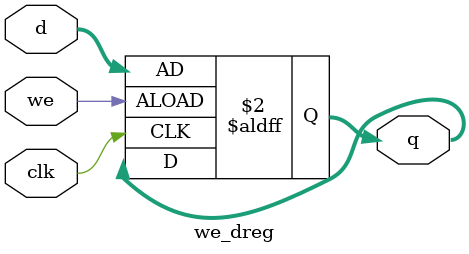
<source format=v>
`timescale 1ns / 1ps


module we_dreg # (parameter WIDTH = 32) (
        input  wire             clk,
        input  wire             we,
        input  wire [WIDTH-1:0] d,
        output reg  [WIDTH-1:0] q
    );
    always @ (posedge clk, posedge we) begin
        if (we) q <= d;
        else     q <= q;
    end
endmodule
</source>
